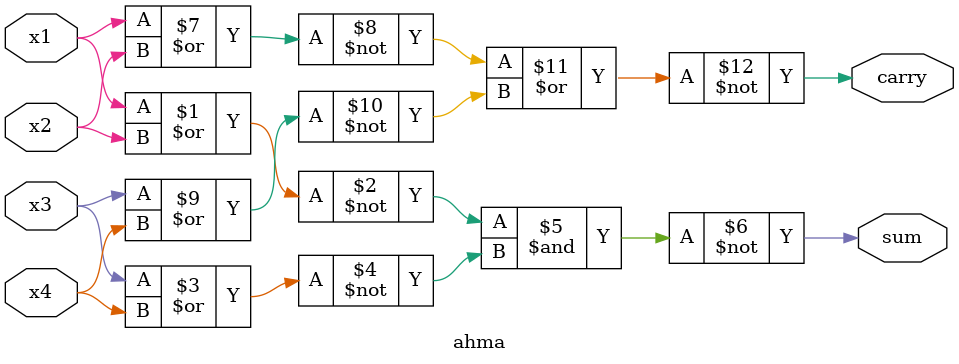
<source format=v>
module ahma(x1,x2,x3,x4,sum,carry);
 output sum,carry;
 input x1,x2,x3,x4;
 assign sum=~((~(x1|x2))&(~(x3|x4)));
 assign carry=~((~(x1|x2))|(~(x3|x4)));

endmodule
</source>
